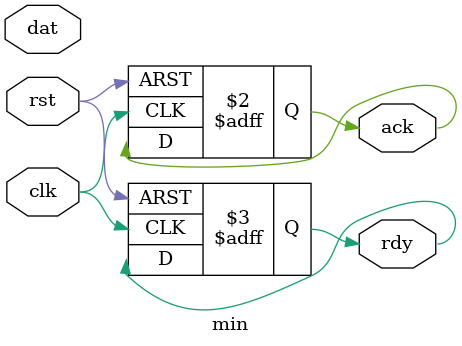
<source format=sv>

module min (  // 3 chars exactly
  input wire clk,  // 3 chars
  input wire rst,  // 3 chars
  input wire [7:0] dat,  // 3 chars
  output logic ack,  // 3 chars
  output logic rdy   // 3 chars
);

  logic ena;  // 3 chars
  logic cfg;  // 3 chars
  logic sel;  // 3 chars
  
  always_ff @(posedge clk or posedge rst) begin
    if (rst) begin
      ack <= 1'b0;
      rdy <= 1'b0;
      ena <= 1'b0;
    end
  end

endmodule


</source>
